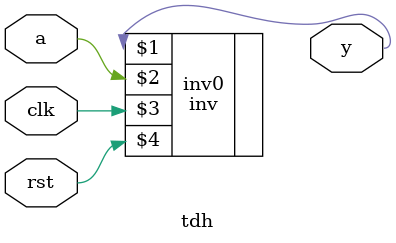
<source format=v>
`timescale 1ns/1ps
`default_nettype none

module tdh(
    output wire y,
    input wire a,
    input wire clk,
    input wire rst
);

parameter iv = 1;

inv #(iv) inv0(y, a, clk, rst);

endmodule
`default_nettype wire

</source>
